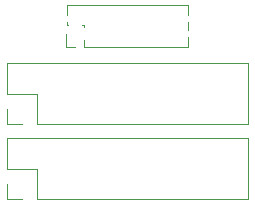
<source format=gbr>
%TF.GenerationSoftware,KiCad,Pcbnew,(5.99.0-3349-g91c4a681c)*%
%TF.CreationDate,2020-09-24T22:53:03-07:00*%
%TF.ProjectId,mod_clip,6d6f645f-636c-4697-902e-6b696361645f,rev?*%
%TF.SameCoordinates,Original*%
%TF.FileFunction,Legend,Top*%
%TF.FilePolarity,Positive*%
%FSLAX46Y46*%
G04 Gerber Fmt 4.6, Leading zero omitted, Abs format (unit mm)*
G04 Created by KiCad (PCBNEW (5.99.0-3349-g91c4a681c)) date 2020-09-24 22:53:03*
%MOMM*%
%LPD*%
G01*
G04 APERTURE LIST*
%ADD10C,0.120000*%
G04 APERTURE END LIST*
D10*
%TO.C,J2*%
X82042000Y-153222000D02*
X80712000Y-153222000D01*
X80712000Y-153222000D02*
X80712000Y-151892000D01*
X101152000Y-153222000D02*
X101152000Y-148022000D01*
X80712000Y-148022000D02*
X101152000Y-148022000D01*
X83312000Y-153222000D02*
X83312000Y-150622000D01*
X83312000Y-153222000D02*
X101152000Y-153222000D01*
X80712000Y-150622000D02*
X80712000Y-148022000D01*
X83312000Y-150622000D02*
X80712000Y-150622000D01*
%TO.C,J1*%
X80712000Y-141672000D02*
X101152000Y-141672000D01*
X82042000Y-146872000D02*
X80712000Y-146872000D01*
X80712000Y-146872000D02*
X80712000Y-145542000D01*
X83312000Y-144272000D02*
X80712000Y-144272000D01*
X83312000Y-146872000D02*
X83312000Y-144272000D01*
X80712000Y-144272000D02*
X80712000Y-141672000D01*
X83312000Y-146872000D02*
X101152000Y-146872000D01*
X101152000Y-146872000D02*
X101152000Y-141672000D01*
%TO.C,J3*%
X86487000Y-140322000D02*
X85727000Y-140322000D01*
X85727000Y-140322000D02*
X85727000Y-139192000D01*
X85792000Y-137614470D02*
X85792000Y-136792000D01*
X87193529Y-138432000D02*
X87050471Y-138432000D01*
X96072000Y-138884470D02*
X96072000Y-138229530D01*
X85792000Y-138432000D02*
X85792000Y-138229530D01*
X87247000Y-140322000D02*
X96072000Y-140322000D01*
X87247000Y-138628529D02*
X87247000Y-138485471D01*
X85923529Y-138432000D02*
X85792000Y-138432000D01*
X96072000Y-140322000D02*
X96072000Y-139499530D01*
X96072000Y-137614470D02*
X96072000Y-136792000D01*
X85792000Y-136792000D02*
X96072000Y-136792000D01*
X87247000Y-140322000D02*
X87247000Y-139755471D01*
%TD*%
M02*

</source>
